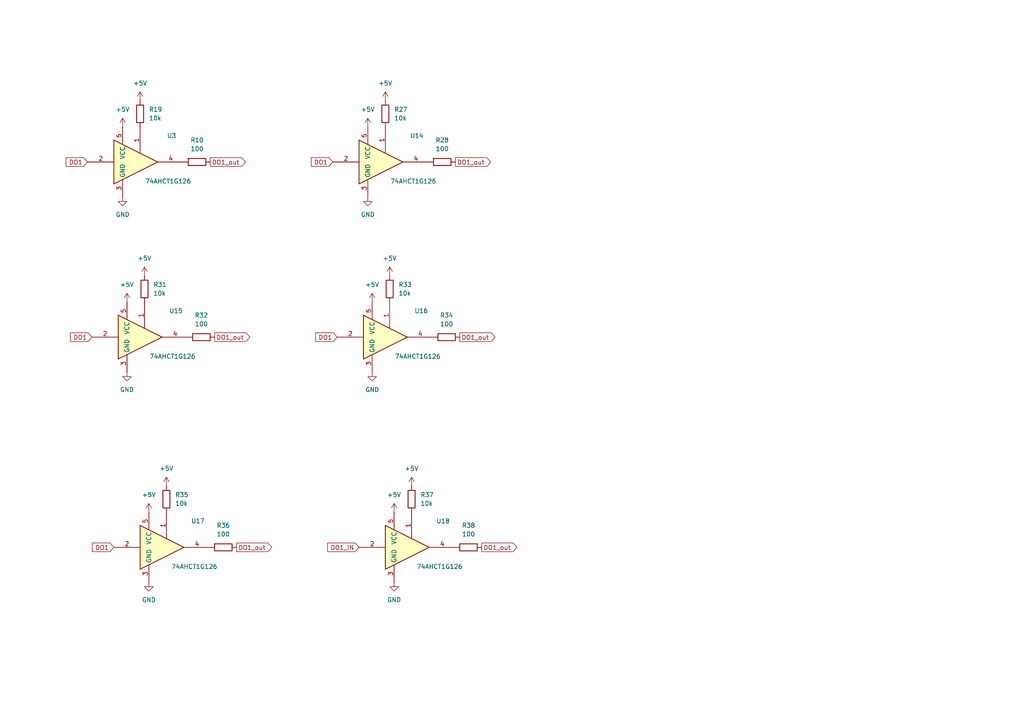
<source format=kicad_sch>
(kicad_sch
	(version 20231120)
	(generator "eeschema")
	(generator_version "8.0")
	(uuid "e33890c3-eb5f-4ca5-8f22-89acd3d159a8")
	(paper "A4")
	(lib_symbols
		(symbol "74xGxx:74AHCT1G126"
			(exclude_from_sim no)
			(in_bom yes)
			(on_board yes)
			(property "Reference" "U"
				(at -2.54 3.81 0)
				(effects
					(font
						(size 1.27 1.27)
					)
				)
			)
			(property "Value" "74AHCT1G126"
				(at 0 -3.81 0)
				(effects
					(font
						(size 1.27 1.27)
					)
				)
			)
			(property "Footprint" ""
				(at 0 0 0)
				(effects
					(font
						(size 1.27 1.27)
					)
					(hide yes)
				)
			)
			(property "Datasheet" "http://www.ti.com/lit/sg/scyt129e/scyt129e.pdf"
				(at 0 0 0)
				(effects
					(font
						(size 1.27 1.27)
					)
					(hide yes)
				)
			)
			(property "Description" "Single Buffer Gate Tri-State, Low-Voltage CMOS"
				(at 0 0 0)
				(effects
					(font
						(size 1.27 1.27)
					)
					(hide yes)
				)
			)
			(property "ki_keywords" "Single Gate Buff Tri-State LVC CMOS"
				(at 0 0 0)
				(effects
					(font
						(size 1.27 1.27)
					)
					(hide yes)
				)
			)
			(property "ki_fp_filters" "SOT* SG-*"
				(at 0 0 0)
				(effects
					(font
						(size 1.27 1.27)
					)
					(hide yes)
				)
			)
			(symbol "74AHCT1G126_0_1"
				(polyline
					(pts
						(xy -7.62 6.35) (xy -7.62 -6.35) (xy 5.08 0) (xy -7.62 6.35)
					)
					(stroke
						(width 0.254)
						(type default)
					)
					(fill
						(type background)
					)
				)
			)
			(symbol "74AHCT1G126_1_1"
				(pin input line
					(at 0 10.16 270)
					(length 7.62)
					(name "~"
						(effects
							(font
								(size 1.27 1.27)
							)
						)
					)
					(number "1"
						(effects
							(font
								(size 1.27 1.27)
							)
						)
					)
				)
				(pin input line
					(at -15.24 0 0)
					(length 7.62)
					(name "~"
						(effects
							(font
								(size 1.27 1.27)
							)
						)
					)
					(number "2"
						(effects
							(font
								(size 1.27 1.27)
							)
						)
					)
				)
				(pin power_in line
					(at -5.08 -10.16 90)
					(length 5.08)
					(name "GND"
						(effects
							(font
								(size 1.27 1.27)
							)
						)
					)
					(number "3"
						(effects
							(font
								(size 1.27 1.27)
							)
						)
					)
				)
				(pin tri_state line
					(at 12.7 0 180)
					(length 7.62)
					(name "~"
						(effects
							(font
								(size 1.27 1.27)
							)
						)
					)
					(number "4"
						(effects
							(font
								(size 1.27 1.27)
							)
						)
					)
				)
				(pin power_in line
					(at -5.08 10.16 270)
					(length 5.08)
					(name "VCC"
						(effects
							(font
								(size 1.27 1.27)
							)
						)
					)
					(number "5"
						(effects
							(font
								(size 1.27 1.27)
							)
						)
					)
				)
			)
		)
		(symbol "Device:R"
			(pin_numbers hide)
			(pin_names
				(offset 0)
			)
			(exclude_from_sim no)
			(in_bom yes)
			(on_board yes)
			(property "Reference" "R"
				(at 2.032 0 90)
				(effects
					(font
						(size 1.27 1.27)
					)
				)
			)
			(property "Value" "R"
				(at 0 0 90)
				(effects
					(font
						(size 1.27 1.27)
					)
				)
			)
			(property "Footprint" ""
				(at -1.778 0 90)
				(effects
					(font
						(size 1.27 1.27)
					)
					(hide yes)
				)
			)
			(property "Datasheet" "~"
				(at 0 0 0)
				(effects
					(font
						(size 1.27 1.27)
					)
					(hide yes)
				)
			)
			(property "Description" "Resistor"
				(at 0 0 0)
				(effects
					(font
						(size 1.27 1.27)
					)
					(hide yes)
				)
			)
			(property "ki_keywords" "R res resistor"
				(at 0 0 0)
				(effects
					(font
						(size 1.27 1.27)
					)
					(hide yes)
				)
			)
			(property "ki_fp_filters" "R_*"
				(at 0 0 0)
				(effects
					(font
						(size 1.27 1.27)
					)
					(hide yes)
				)
			)
			(symbol "R_0_1"
				(rectangle
					(start -1.016 -2.54)
					(end 1.016 2.54)
					(stroke
						(width 0.254)
						(type default)
					)
					(fill
						(type none)
					)
				)
			)
			(symbol "R_1_1"
				(pin passive line
					(at 0 3.81 270)
					(length 1.27)
					(name "~"
						(effects
							(font
								(size 1.27 1.27)
							)
						)
					)
					(number "1"
						(effects
							(font
								(size 1.27 1.27)
							)
						)
					)
				)
				(pin passive line
					(at 0 -3.81 90)
					(length 1.27)
					(name "~"
						(effects
							(font
								(size 1.27 1.27)
							)
						)
					)
					(number "2"
						(effects
							(font
								(size 1.27 1.27)
							)
						)
					)
				)
			)
		)
		(symbol "power:+5V"
			(power)
			(pin_numbers hide)
			(pin_names
				(offset 0) hide)
			(exclude_from_sim no)
			(in_bom yes)
			(on_board yes)
			(property "Reference" "#PWR"
				(at 0 -3.81 0)
				(effects
					(font
						(size 1.27 1.27)
					)
					(hide yes)
				)
			)
			(property "Value" "+5V"
				(at 0 3.556 0)
				(effects
					(font
						(size 1.27 1.27)
					)
				)
			)
			(property "Footprint" ""
				(at 0 0 0)
				(effects
					(font
						(size 1.27 1.27)
					)
					(hide yes)
				)
			)
			(property "Datasheet" ""
				(at 0 0 0)
				(effects
					(font
						(size 1.27 1.27)
					)
					(hide yes)
				)
			)
			(property "Description" "Power symbol creates a global label with name \"+5V\""
				(at 0 0 0)
				(effects
					(font
						(size 1.27 1.27)
					)
					(hide yes)
				)
			)
			(property "ki_keywords" "global power"
				(at 0 0 0)
				(effects
					(font
						(size 1.27 1.27)
					)
					(hide yes)
				)
			)
			(symbol "+5V_0_1"
				(polyline
					(pts
						(xy -0.762 1.27) (xy 0 2.54)
					)
					(stroke
						(width 0)
						(type default)
					)
					(fill
						(type none)
					)
				)
				(polyline
					(pts
						(xy 0 0) (xy 0 2.54)
					)
					(stroke
						(width 0)
						(type default)
					)
					(fill
						(type none)
					)
				)
				(polyline
					(pts
						(xy 0 2.54) (xy 0.762 1.27)
					)
					(stroke
						(width 0)
						(type default)
					)
					(fill
						(type none)
					)
				)
			)
			(symbol "+5V_1_1"
				(pin power_in line
					(at 0 0 90)
					(length 0)
					(name "~"
						(effects
							(font
								(size 1.27 1.27)
							)
						)
					)
					(number "1"
						(effects
							(font
								(size 1.27 1.27)
							)
						)
					)
				)
			)
		)
		(symbol "power:GND"
			(power)
			(pin_numbers hide)
			(pin_names
				(offset 0) hide)
			(exclude_from_sim no)
			(in_bom yes)
			(on_board yes)
			(property "Reference" "#PWR"
				(at 0 -6.35 0)
				(effects
					(font
						(size 1.27 1.27)
					)
					(hide yes)
				)
			)
			(property "Value" "GND"
				(at 0 -3.81 0)
				(effects
					(font
						(size 1.27 1.27)
					)
				)
			)
			(property "Footprint" ""
				(at 0 0 0)
				(effects
					(font
						(size 1.27 1.27)
					)
					(hide yes)
				)
			)
			(property "Datasheet" ""
				(at 0 0 0)
				(effects
					(font
						(size 1.27 1.27)
					)
					(hide yes)
				)
			)
			(property "Description" "Power symbol creates a global label with name \"GND\" , ground"
				(at 0 0 0)
				(effects
					(font
						(size 1.27 1.27)
					)
					(hide yes)
				)
			)
			(property "ki_keywords" "global power"
				(at 0 0 0)
				(effects
					(font
						(size 1.27 1.27)
					)
					(hide yes)
				)
			)
			(symbol "GND_0_1"
				(polyline
					(pts
						(xy 0 0) (xy 0 -1.27) (xy 1.27 -1.27) (xy 0 -2.54) (xy -1.27 -1.27) (xy 0 -1.27)
					)
					(stroke
						(width 0)
						(type default)
					)
					(fill
						(type none)
					)
				)
			)
			(symbol "GND_1_1"
				(pin power_in line
					(at 0 0 270)
					(length 0)
					(name "~"
						(effects
							(font
								(size 1.27 1.27)
							)
						)
					)
					(number "1"
						(effects
							(font
								(size 1.27 1.27)
							)
						)
					)
				)
			)
		)
	)
	(global_label "DO1"
		(shape input)
		(at 96.52 46.99 180)
		(fields_autoplaced yes)
		(effects
			(font
				(size 1.27 1.27)
			)
			(justify right)
		)
		(uuid "0bc5e4b1-e353-4d64-a488-3e69df03e188")
		(property "Intersheetrefs" "${INTERSHEET_REFS}"
			(at 89.7248 46.99 0)
			(effects
				(font
					(size 1.27 1.27)
				)
				(justify right)
				(hide yes)
			)
		)
	)
	(global_label "DO1_out"
		(shape output)
		(at 68.58 158.75 0)
		(fields_autoplaced yes)
		(effects
			(font
				(size 1.27 1.27)
			)
			(justify left)
		)
		(uuid "16775c78-95df-4960-a5aa-4be5bdb7fdc9")
		(property "Intersheetrefs" "${INTERSHEET_REFS}"
			(at 79.3665 158.75 0)
			(effects
				(font
					(size 1.27 1.27)
				)
				(justify left)
				(hide yes)
			)
		)
	)
	(global_label "DO1_out"
		(shape output)
		(at 139.7 158.75 0)
		(fields_autoplaced yes)
		(effects
			(font
				(size 1.27 1.27)
			)
			(justify left)
		)
		(uuid "1cb30c4f-9656-4017-9276-b84266714659")
		(property "Intersheetrefs" "${INTERSHEET_REFS}"
			(at 150.4865 158.75 0)
			(effects
				(font
					(size 1.27 1.27)
				)
				(justify left)
				(hide yes)
			)
		)
	)
	(global_label "DO1"
		(shape input)
		(at 97.79 97.79 180)
		(fields_autoplaced yes)
		(effects
			(font
				(size 1.27 1.27)
			)
			(justify right)
		)
		(uuid "2c48f1e2-1ce2-42a5-a6e3-4559205c7e78")
		(property "Intersheetrefs" "${INTERSHEET_REFS}"
			(at 90.9948 97.79 0)
			(effects
				(font
					(size 1.27 1.27)
				)
				(justify right)
				(hide yes)
			)
		)
	)
	(global_label "DO1"
		(shape input)
		(at 33.02 158.75 180)
		(fields_autoplaced yes)
		(effects
			(font
				(size 1.27 1.27)
			)
			(justify right)
		)
		(uuid "7545ea20-acdc-45ec-b183-bcd09e0bb7b2")
		(property "Intersheetrefs" "${INTERSHEET_REFS}"
			(at 26.2248 158.75 0)
			(effects
				(font
					(size 1.27 1.27)
				)
				(justify right)
				(hide yes)
			)
		)
	)
	(global_label "DO1_out"
		(shape output)
		(at 60.96 46.99 0)
		(fields_autoplaced yes)
		(effects
			(font
				(size 1.27 1.27)
			)
			(justify left)
		)
		(uuid "7f44d5dc-9502-40b3-acc6-d2d7d4d847b7")
		(property "Intersheetrefs" "${INTERSHEET_REFS}"
			(at 71.7465 46.99 0)
			(effects
				(font
					(size 1.27 1.27)
				)
				(justify left)
				(hide yes)
			)
		)
	)
	(global_label "DO1"
		(shape input)
		(at 26.67 97.79 180)
		(fields_autoplaced yes)
		(effects
			(font
				(size 1.27 1.27)
			)
			(justify right)
		)
		(uuid "87e30ce1-1650-4137-94eb-8b0917b58029")
		(property "Intersheetrefs" "${INTERSHEET_REFS}"
			(at 19.8748 97.79 0)
			(effects
				(font
					(size 1.27 1.27)
				)
				(justify right)
				(hide yes)
			)
		)
	)
	(global_label "DO1_IN"
		(shape input)
		(at 104.14 158.75 180)
		(fields_autoplaced yes)
		(effects
			(font
				(size 1.27 1.27)
			)
			(justify right)
		)
		(uuid "89022c66-fa02-495e-a628-f085f9656066")
		(property "Intersheetrefs" "${INTERSHEET_REFS}"
			(at 94.4419 158.75 0)
			(effects
				(font
					(size 1.27 1.27)
				)
				(justify right)
				(hide yes)
			)
		)
	)
	(global_label "DO1_out"
		(shape output)
		(at 132.08 46.99 0)
		(fields_autoplaced yes)
		(effects
			(font
				(size 1.27 1.27)
			)
			(justify left)
		)
		(uuid "925a85a5-d6df-4eeb-a341-cce49aef8336")
		(property "Intersheetrefs" "${INTERSHEET_REFS}"
			(at 142.8665 46.99 0)
			(effects
				(font
					(size 1.27 1.27)
				)
				(justify left)
				(hide yes)
			)
		)
	)
	(global_label "DO1_out"
		(shape output)
		(at 62.23 97.79 0)
		(fields_autoplaced yes)
		(effects
			(font
				(size 1.27 1.27)
			)
			(justify left)
		)
		(uuid "ac169a10-2fc6-4310-9a96-394390ea364b")
		(property "Intersheetrefs" "${INTERSHEET_REFS}"
			(at 73.0165 97.79 0)
			(effects
				(font
					(size 1.27 1.27)
				)
				(justify left)
				(hide yes)
			)
		)
	)
	(global_label "DO1_out"
		(shape output)
		(at 133.35 97.79 0)
		(fields_autoplaced yes)
		(effects
			(font
				(size 1.27 1.27)
			)
			(justify left)
		)
		(uuid "c30a3982-72f8-4b1c-9532-14eb44dcef72")
		(property "Intersheetrefs" "${INTERSHEET_REFS}"
			(at 144.1365 97.79 0)
			(effects
				(font
					(size 1.27 1.27)
				)
				(justify left)
				(hide yes)
			)
		)
	)
	(global_label "DO1"
		(shape input)
		(at 25.4 46.99 180)
		(fields_autoplaced yes)
		(effects
			(font
				(size 1.27 1.27)
			)
			(justify right)
		)
		(uuid "f912d25c-0027-4373-955a-b03e61808cc4")
		(property "Intersheetrefs" "${INTERSHEET_REFS}"
			(at 18.6048 46.99 0)
			(effects
				(font
					(size 1.27 1.27)
				)
				(justify right)
				(hide yes)
			)
		)
	)
	(symbol
		(lib_id "Device:R")
		(at 48.26 144.78 0)
		(unit 1)
		(exclude_from_sim no)
		(in_bom yes)
		(on_board yes)
		(dnp no)
		(fields_autoplaced yes)
		(uuid "026fe0d2-622f-4c84-aa47-8c0532b2ca1e")
		(property "Reference" "R35"
			(at 50.8 143.5099 0)
			(effects
				(font
					(size 1.27 1.27)
				)
				(justify left)
			)
		)
		(property "Value" "10k"
			(at 50.8 146.0499 0)
			(effects
				(font
					(size 1.27 1.27)
				)
				(justify left)
			)
		)
		(property "Footprint" "Resistor_SMD:R_0603_1608Metric_Pad0.98x0.95mm_HandSolder"
			(at 46.482 144.78 90)
			(effects
				(font
					(size 1.27 1.27)
				)
				(hide yes)
			)
		)
		(property "Datasheet" "~"
			(at 48.26 144.78 0)
			(effects
				(font
					(size 1.27 1.27)
				)
				(hide yes)
			)
		)
		(property "Description" "Resistor"
			(at 48.26 144.78 0)
			(effects
				(font
					(size 1.27 1.27)
				)
				(hide yes)
			)
		)
		(pin "1"
			(uuid "399ac2d3-4155-4fab-8638-e04a6d00bb29")
		)
		(pin "2"
			(uuid "0713fd83-5703-4da3-8774-9210ce4b3351")
		)
		(instances
			(project "NEOCERA_jnr_project"
				(path "/a8746ab6-0163-416c-99f9-0036ded73fc6/7496db41-63f6-4a75-8598-ef441d310206"
					(reference "R35")
					(unit 1)
				)
			)
		)
	)
	(symbol
		(lib_id "Device:R")
		(at 135.89 158.75 90)
		(unit 1)
		(exclude_from_sim no)
		(in_bom yes)
		(on_board yes)
		(dnp no)
		(uuid "0845410a-d40d-47bb-a8be-73cca6b0dfb2")
		(property "Reference" "R38"
			(at 135.89 152.4 90)
			(effects
				(font
					(size 1.27 1.27)
				)
			)
		)
		(property "Value" "100"
			(at 135.89 154.94 90)
			(effects
				(font
					(size 1.27 1.27)
				)
			)
		)
		(property "Footprint" "Resistor_SMD:R_0603_1608Metric_Pad0.98x0.95mm_HandSolder"
			(at 135.89 160.528 90)
			(effects
				(font
					(size 1.27 1.27)
				)
				(hide yes)
			)
		)
		(property "Datasheet" "~"
			(at 135.89 158.75 0)
			(effects
				(font
					(size 1.27 1.27)
				)
				(hide yes)
			)
		)
		(property "Description" "Resistor"
			(at 135.89 158.75 0)
			(effects
				(font
					(size 1.27 1.27)
				)
				(hide yes)
			)
		)
		(pin "2"
			(uuid "0d03c793-4496-4785-a602-05fb7a1dea44")
		)
		(pin "1"
			(uuid "83936113-dacd-4d3b-9364-b9905389318b")
		)
		(instances
			(project "NEOCERA_jnr_project"
				(path "/a8746ab6-0163-416c-99f9-0036ded73fc6/7496db41-63f6-4a75-8598-ef441d310206"
					(reference "R38")
					(unit 1)
				)
			)
		)
	)
	(symbol
		(lib_id "power:+5V")
		(at 106.68 36.83 0)
		(unit 1)
		(exclude_from_sim no)
		(in_bom yes)
		(on_board yes)
		(dnp no)
		(fields_autoplaced yes)
		(uuid "124e7489-5e98-4bfd-a6b7-b7fabc59480c")
		(property "Reference" "#PWR048"
			(at 106.68 40.64 0)
			(effects
				(font
					(size 1.27 1.27)
				)
				(hide yes)
			)
		)
		(property "Value" "+5V"
			(at 106.68 31.75 0)
			(effects
				(font
					(size 1.27 1.27)
				)
			)
		)
		(property "Footprint" ""
			(at 106.68 36.83 0)
			(effects
				(font
					(size 1.27 1.27)
				)
				(hide yes)
			)
		)
		(property "Datasheet" ""
			(at 106.68 36.83 0)
			(effects
				(font
					(size 1.27 1.27)
				)
				(hide yes)
			)
		)
		(property "Description" "Power symbol creates a global label with name \"+5V\""
			(at 106.68 36.83 0)
			(effects
				(font
					(size 1.27 1.27)
				)
				(hide yes)
			)
		)
		(pin "1"
			(uuid "6fd591aa-f3b2-4774-aad1-1ab525e97a8f")
		)
		(instances
			(project "NEOCERA_jnr_project"
				(path "/a8746ab6-0163-416c-99f9-0036ded73fc6/7496db41-63f6-4a75-8598-ef441d310206"
					(reference "#PWR048")
					(unit 1)
				)
			)
		)
	)
	(symbol
		(lib_id "74xGxx:74AHCT1G126")
		(at 41.91 97.79 0)
		(unit 1)
		(exclude_from_sim no)
		(in_bom yes)
		(on_board yes)
		(dnp no)
		(uuid "26c72074-53e1-4f49-bb55-89b9e3822556")
		(property "Reference" "U15"
			(at 51.054 90.17 0)
			(effects
				(font
					(size 1.27 1.27)
				)
			)
		)
		(property "Value" "74AHCT1G126"
			(at 50.038 103.378 0)
			(effects
				(font
					(size 1.27 1.27)
				)
			)
		)
		(property "Footprint" "Package_TO_SOT_SMD:SOT-23-5_HandSoldering"
			(at 41.91 97.79 0)
			(effects
				(font
					(size 1.27 1.27)
				)
				(hide yes)
			)
		)
		(property "Datasheet" "http://www.ti.com/lit/sg/scyt129e/scyt129e.pdf"
			(at 41.91 97.79 0)
			(effects
				(font
					(size 1.27 1.27)
				)
				(hide yes)
			)
		)
		(property "Description" "Single Buffer Gate Tri-State, Low-Voltage CMOS"
			(at 41.91 97.79 0)
			(effects
				(font
					(size 1.27 1.27)
				)
				(hide yes)
			)
		)
		(pin "3"
			(uuid "a8e4e84d-b7e1-4871-b083-339b82ae428c")
		)
		(pin "2"
			(uuid "a411b9e7-5189-4b9b-9cb8-4d9deb713082")
		)
		(pin "4"
			(uuid "ace3837d-172e-4f63-882d-be372d257ff3")
		)
		(pin "1"
			(uuid "ef4d9a45-763a-474b-a803-2bfe3b64830b")
		)
		(pin "5"
			(uuid "6669c047-335f-4569-b077-aaef911c2218")
		)
		(instances
			(project "NEOCERA_jnr_project"
				(path "/a8746ab6-0163-416c-99f9-0036ded73fc6/7496db41-63f6-4a75-8598-ef441d310206"
					(reference "U15")
					(unit 1)
				)
			)
		)
	)
	(symbol
		(lib_id "power:+5V")
		(at 119.38 140.97 0)
		(unit 1)
		(exclude_from_sim no)
		(in_bom yes)
		(on_board yes)
		(dnp no)
		(fields_autoplaced yes)
		(uuid "33a22198-029b-4e0b-aecf-ace1b2d685d9")
		(property "Reference" "#PWR077"
			(at 119.38 144.78 0)
			(effects
				(font
					(size 1.27 1.27)
				)
				(hide yes)
			)
		)
		(property "Value" "+5V"
			(at 119.38 135.89 0)
			(effects
				(font
					(size 1.27 1.27)
				)
			)
		)
		(property "Footprint" ""
			(at 119.38 140.97 0)
			(effects
				(font
					(size 1.27 1.27)
				)
				(hide yes)
			)
		)
		(property "Datasheet" ""
			(at 119.38 140.97 0)
			(effects
				(font
					(size 1.27 1.27)
				)
				(hide yes)
			)
		)
		(property "Description" "Power symbol creates a global label with name \"+5V\""
			(at 119.38 140.97 0)
			(effects
				(font
					(size 1.27 1.27)
				)
				(hide yes)
			)
		)
		(pin "1"
			(uuid "982fdca9-e16d-4e33-b84b-f3a477da79c3")
		)
		(instances
			(project "NEOCERA_jnr_project"
				(path "/a8746ab6-0163-416c-99f9-0036ded73fc6/7496db41-63f6-4a75-8598-ef441d310206"
					(reference "#PWR077")
					(unit 1)
				)
			)
		)
	)
	(symbol
		(lib_id "power:+5V")
		(at 40.64 29.21 0)
		(unit 1)
		(exclude_from_sim no)
		(in_bom yes)
		(on_board yes)
		(dnp no)
		(fields_autoplaced yes)
		(uuid "34c82ed5-4a68-445b-b63b-1c0298737412")
		(property "Reference" "#PWR021"
			(at 40.64 33.02 0)
			(effects
				(font
					(size 1.27 1.27)
				)
				(hide yes)
			)
		)
		(property "Value" "+5V"
			(at 40.64 24.13 0)
			(effects
				(font
					(size 1.27 1.27)
				)
			)
		)
		(property "Footprint" ""
			(at 40.64 29.21 0)
			(effects
				(font
					(size 1.27 1.27)
				)
				(hide yes)
			)
		)
		(property "Datasheet" ""
			(at 40.64 29.21 0)
			(effects
				(font
					(size 1.27 1.27)
				)
				(hide yes)
			)
		)
		(property "Description" "Power symbol creates a global label with name \"+5V\""
			(at 40.64 29.21 0)
			(effects
				(font
					(size 1.27 1.27)
				)
				(hide yes)
			)
		)
		(pin "1"
			(uuid "b4680992-523a-4727-9368-7ad476024915")
		)
		(instances
			(project "NEOCERA_jnr_project"
				(path "/a8746ab6-0163-416c-99f9-0036ded73fc6/7496db41-63f6-4a75-8598-ef441d310206"
					(reference "#PWR021")
					(unit 1)
				)
			)
		)
	)
	(symbol
		(lib_id "power:+5V")
		(at 111.76 29.21 0)
		(unit 1)
		(exclude_from_sim no)
		(in_bom yes)
		(on_board yes)
		(dnp no)
		(fields_autoplaced yes)
		(uuid "39de974e-bd6a-4edb-b245-53781021e116")
		(property "Reference" "#PWR065"
			(at 111.76 33.02 0)
			(effects
				(font
					(size 1.27 1.27)
				)
				(hide yes)
			)
		)
		(property "Value" "+5V"
			(at 111.76 24.13 0)
			(effects
				(font
					(size 1.27 1.27)
				)
			)
		)
		(property "Footprint" ""
			(at 111.76 29.21 0)
			(effects
				(font
					(size 1.27 1.27)
				)
				(hide yes)
			)
		)
		(property "Datasheet" ""
			(at 111.76 29.21 0)
			(effects
				(font
					(size 1.27 1.27)
				)
				(hide yes)
			)
		)
		(property "Description" "Power symbol creates a global label with name \"+5V\""
			(at 111.76 29.21 0)
			(effects
				(font
					(size 1.27 1.27)
				)
				(hide yes)
			)
		)
		(pin "1"
			(uuid "3d742e38-c011-4ac9-b6be-8e9a7454e9ca")
		)
		(instances
			(project "NEOCERA_jnr_project"
				(path "/a8746ab6-0163-416c-99f9-0036ded73fc6/7496db41-63f6-4a75-8598-ef441d310206"
					(reference "#PWR065")
					(unit 1)
				)
			)
		)
	)
	(symbol
		(lib_id "Device:R")
		(at 111.76 33.02 0)
		(unit 1)
		(exclude_from_sim no)
		(in_bom yes)
		(on_board yes)
		(dnp no)
		(fields_autoplaced yes)
		(uuid "3a96859e-c302-48bb-8722-eb143455f29c")
		(property "Reference" "R27"
			(at 114.3 31.7499 0)
			(effects
				(font
					(size 1.27 1.27)
				)
				(justify left)
			)
		)
		(property "Value" "10k"
			(at 114.3 34.2899 0)
			(effects
				(font
					(size 1.27 1.27)
				)
				(justify left)
			)
		)
		(property "Footprint" "Resistor_SMD:R_0603_1608Metric_Pad0.98x0.95mm_HandSolder"
			(at 109.982 33.02 90)
			(effects
				(font
					(size 1.27 1.27)
				)
				(hide yes)
			)
		)
		(property "Datasheet" "~"
			(at 111.76 33.02 0)
			(effects
				(font
					(size 1.27 1.27)
				)
				(hide yes)
			)
		)
		(property "Description" "Resistor"
			(at 111.76 33.02 0)
			(effects
				(font
					(size 1.27 1.27)
				)
				(hide yes)
			)
		)
		(pin "1"
			(uuid "907e81e2-32ba-41d9-b7ac-39033786e7c4")
		)
		(pin "2"
			(uuid "57c09651-030f-4ecb-a351-a4531a170de5")
		)
		(instances
			(project "NEOCERA_jnr_project"
				(path "/a8746ab6-0163-416c-99f9-0036ded73fc6/7496db41-63f6-4a75-8598-ef441d310206"
					(reference "R27")
					(unit 1)
				)
			)
		)
	)
	(symbol
		(lib_id "power:+5V")
		(at 43.18 148.59 0)
		(unit 1)
		(exclude_from_sim no)
		(in_bom yes)
		(on_board yes)
		(dnp no)
		(fields_autoplaced yes)
		(uuid "3ab56254-1b6f-4dd4-b983-70cffd88e6e8")
		(property "Reference" "#PWR072"
			(at 43.18 152.4 0)
			(effects
				(font
					(size 1.27 1.27)
				)
				(hide yes)
			)
		)
		(property "Value" "+5V"
			(at 43.18 143.51 0)
			(effects
				(font
					(size 1.27 1.27)
				)
			)
		)
		(property "Footprint" ""
			(at 43.18 148.59 0)
			(effects
				(font
					(size 1.27 1.27)
				)
				(hide yes)
			)
		)
		(property "Datasheet" ""
			(at 43.18 148.59 0)
			(effects
				(font
					(size 1.27 1.27)
				)
				(hide yes)
			)
		)
		(property "Description" "Power symbol creates a global label with name \"+5V\""
			(at 43.18 148.59 0)
			(effects
				(font
					(size 1.27 1.27)
				)
				(hide yes)
			)
		)
		(pin "1"
			(uuid "63f0702f-111b-4cab-b384-105075e68603")
		)
		(instances
			(project "NEOCERA_jnr_project"
				(path "/a8746ab6-0163-416c-99f9-0036ded73fc6/7496db41-63f6-4a75-8598-ef441d310206"
					(reference "#PWR072")
					(unit 1)
				)
			)
		)
	)
	(symbol
		(lib_id "Device:R")
		(at 119.38 144.78 0)
		(unit 1)
		(exclude_from_sim no)
		(in_bom yes)
		(on_board yes)
		(dnp no)
		(fields_autoplaced yes)
		(uuid "49fe8944-903e-4107-8b45-ff66e0898144")
		(property "Reference" "R37"
			(at 121.92 143.5099 0)
			(effects
				(font
					(size 1.27 1.27)
				)
				(justify left)
			)
		)
		(property "Value" "10k"
			(at 121.92 146.0499 0)
			(effects
				(font
					(size 1.27 1.27)
				)
				(justify left)
			)
		)
		(property "Footprint" "Resistor_SMD:R_0603_1608Metric_Pad0.98x0.95mm_HandSolder"
			(at 117.602 144.78 90)
			(effects
				(font
					(size 1.27 1.27)
				)
				(hide yes)
			)
		)
		(property "Datasheet" "~"
			(at 119.38 144.78 0)
			(effects
				(font
					(size 1.27 1.27)
				)
				(hide yes)
			)
		)
		(property "Description" "Resistor"
			(at 119.38 144.78 0)
			(effects
				(font
					(size 1.27 1.27)
				)
				(hide yes)
			)
		)
		(pin "1"
			(uuid "8d717c17-d2e2-4a37-81bf-08d58b4ad750")
		)
		(pin "2"
			(uuid "0510af9a-1c3a-49e1-87bf-cf3fad6260b0")
		)
		(instances
			(project "NEOCERA_jnr_project"
				(path "/a8746ab6-0163-416c-99f9-0036ded73fc6/7496db41-63f6-4a75-8598-ef441d310206"
					(reference "R37")
					(unit 1)
				)
			)
		)
	)
	(symbol
		(lib_id "power:+5V")
		(at 114.3 148.59 0)
		(unit 1)
		(exclude_from_sim no)
		(in_bom yes)
		(on_board yes)
		(dnp no)
		(fields_autoplaced yes)
		(uuid "4e330b62-829c-4bff-9170-45bbaa1077f4")
		(property "Reference" "#PWR075"
			(at 114.3 152.4 0)
			(effects
				(font
					(size 1.27 1.27)
				)
				(hide yes)
			)
		)
		(property "Value" "+5V"
			(at 114.3 143.51 0)
			(effects
				(font
					(size 1.27 1.27)
				)
			)
		)
		(property "Footprint" ""
			(at 114.3 148.59 0)
			(effects
				(font
					(size 1.27 1.27)
				)
				(hide yes)
			)
		)
		(property "Datasheet" ""
			(at 114.3 148.59 0)
			(effects
				(font
					(size 1.27 1.27)
				)
				(hide yes)
			)
		)
		(property "Description" "Power symbol creates a global label with name \"+5V\""
			(at 114.3 148.59 0)
			(effects
				(font
					(size 1.27 1.27)
				)
				(hide yes)
			)
		)
		(pin "1"
			(uuid "59261b9a-4c61-47f9-8d77-c519bfbd3a86")
		)
		(instances
			(project "NEOCERA_jnr_project"
				(path "/a8746ab6-0163-416c-99f9-0036ded73fc6/7496db41-63f6-4a75-8598-ef441d310206"
					(reference "#PWR075")
					(unit 1)
				)
			)
		)
	)
	(symbol
		(lib_id "Device:R")
		(at 113.03 83.82 0)
		(unit 1)
		(exclude_from_sim no)
		(in_bom yes)
		(on_board yes)
		(dnp no)
		(fields_autoplaced yes)
		(uuid "4ec4975d-670c-43f6-ac30-3d27b4388033")
		(property "Reference" "R33"
			(at 115.57 82.5499 0)
			(effects
				(font
					(size 1.27 1.27)
				)
				(justify left)
			)
		)
		(property "Value" "10k"
			(at 115.57 85.0899 0)
			(effects
				(font
					(size 1.27 1.27)
				)
				(justify left)
			)
		)
		(property "Footprint" "Resistor_SMD:R_0603_1608Metric_Pad0.98x0.95mm_HandSolder"
			(at 111.252 83.82 90)
			(effects
				(font
					(size 1.27 1.27)
				)
				(hide yes)
			)
		)
		(property "Datasheet" "~"
			(at 113.03 83.82 0)
			(effects
				(font
					(size 1.27 1.27)
				)
				(hide yes)
			)
		)
		(property "Description" "Resistor"
			(at 113.03 83.82 0)
			(effects
				(font
					(size 1.27 1.27)
				)
				(hide yes)
			)
		)
		(pin "1"
			(uuid "cc38e18a-4e2e-4192-9358-5d8565eaf195")
		)
		(pin "2"
			(uuid "41a240e9-f5ce-4596-9fe8-af606982b546")
		)
		(instances
			(project "NEOCERA_jnr_project"
				(path "/a8746ab6-0163-416c-99f9-0036ded73fc6/7496db41-63f6-4a75-8598-ef441d310206"
					(reference "R33")
					(unit 1)
				)
			)
		)
	)
	(symbol
		(lib_id "power:+5V")
		(at 113.03 80.01 0)
		(unit 1)
		(exclude_from_sim no)
		(in_bom yes)
		(on_board yes)
		(dnp no)
		(fields_autoplaced yes)
		(uuid "522aa111-e4e1-4c3b-adf9-59ff7c1af8ec")
		(property "Reference" "#PWR071"
			(at 113.03 83.82 0)
			(effects
				(font
					(size 1.27 1.27)
				)
				(hide yes)
			)
		)
		(property "Value" "+5V"
			(at 113.03 74.93 0)
			(effects
				(font
					(size 1.27 1.27)
				)
			)
		)
		(property "Footprint" ""
			(at 113.03 80.01 0)
			(effects
				(font
					(size 1.27 1.27)
				)
				(hide yes)
			)
		)
		(property "Datasheet" ""
			(at 113.03 80.01 0)
			(effects
				(font
					(size 1.27 1.27)
				)
				(hide yes)
			)
		)
		(property "Description" "Power symbol creates a global label with name \"+5V\""
			(at 113.03 80.01 0)
			(effects
				(font
					(size 1.27 1.27)
				)
				(hide yes)
			)
		)
		(pin "1"
			(uuid "9bf1328b-3696-4428-bea6-04245fc7d5e5")
		)
		(instances
			(project "NEOCERA_jnr_project"
				(path "/a8746ab6-0163-416c-99f9-0036ded73fc6/7496db41-63f6-4a75-8598-ef441d310206"
					(reference "#PWR071")
					(unit 1)
				)
			)
		)
	)
	(symbol
		(lib_id "74xGxx:74AHCT1G126")
		(at 111.76 46.99 0)
		(unit 1)
		(exclude_from_sim no)
		(in_bom yes)
		(on_board yes)
		(dnp no)
		(uuid "560637ed-904a-43f7-9a3c-fec4dede77c4")
		(property "Reference" "U14"
			(at 120.904 39.37 0)
			(effects
				(font
					(size 1.27 1.27)
				)
			)
		)
		(property "Value" "74AHCT1G126"
			(at 119.888 52.578 0)
			(effects
				(font
					(size 1.27 1.27)
				)
			)
		)
		(property "Footprint" "Package_TO_SOT_SMD:SOT-23-5_HandSoldering"
			(at 111.76 46.99 0)
			(effects
				(font
					(size 1.27 1.27)
				)
				(hide yes)
			)
		)
		(property "Datasheet" "http://www.ti.com/lit/sg/scyt129e/scyt129e.pdf"
			(at 111.76 46.99 0)
			(effects
				(font
					(size 1.27 1.27)
				)
				(hide yes)
			)
		)
		(property "Description" "Single Buffer Gate Tri-State, Low-Voltage CMOS"
			(at 111.76 46.99 0)
			(effects
				(font
					(size 1.27 1.27)
				)
				(hide yes)
			)
		)
		(pin "3"
			(uuid "865087aa-86c9-4db6-84ef-5394f687818b")
		)
		(pin "2"
			(uuid "89705911-9e80-4061-9d9c-0a445301c771")
		)
		(pin "4"
			(uuid "e05a4837-ed2f-43c7-be4e-25d9b3579b24")
		)
		(pin "1"
			(uuid "9d06369f-d5fd-42b8-acd5-5ea9690415eb")
		)
		(pin "5"
			(uuid "b6ae30c5-bce9-4ba8-9b74-d0ebe6c14a5c")
		)
		(instances
			(project "NEOCERA_jnr_project"
				(path "/a8746ab6-0163-416c-99f9-0036ded73fc6/7496db41-63f6-4a75-8598-ef441d310206"
					(reference "U14")
					(unit 1)
				)
			)
		)
	)
	(symbol
		(lib_id "74xGxx:74AHCT1G126")
		(at 48.26 158.75 0)
		(unit 1)
		(exclude_from_sim no)
		(in_bom yes)
		(on_board yes)
		(dnp no)
		(uuid "580ab641-23ae-4cba-8f2a-f91a2b59b558")
		(property "Reference" "U17"
			(at 57.404 151.13 0)
			(effects
				(font
					(size 1.27 1.27)
				)
			)
		)
		(property "Value" "74AHCT1G126"
			(at 56.388 164.338 0)
			(effects
				(font
					(size 1.27 1.27)
				)
			)
		)
		(property "Footprint" "Package_TO_SOT_SMD:SOT-23-5_HandSoldering"
			(at 48.26 158.75 0)
			(effects
				(font
					(size 1.27 1.27)
				)
				(hide yes)
			)
		)
		(property "Datasheet" "http://www.ti.com/lit/sg/scyt129e/scyt129e.pdf"
			(at 48.26 158.75 0)
			(effects
				(font
					(size 1.27 1.27)
				)
				(hide yes)
			)
		)
		(property "Description" "Single Buffer Gate Tri-State, Low-Voltage CMOS"
			(at 48.26 158.75 0)
			(effects
				(font
					(size 1.27 1.27)
				)
				(hide yes)
			)
		)
		(pin "3"
			(uuid "c6ca12fc-7813-424a-96d1-43301db8807f")
		)
		(pin "2"
			(uuid "f5457478-69d4-48b4-9d1d-7c684dbb3353")
		)
		(pin "4"
			(uuid "98400f4f-47f0-4eed-8d2c-2ea544e246f9")
		)
		(pin "1"
			(uuid "ec1780e7-c84b-4568-9708-45342d20294c")
		)
		(pin "5"
			(uuid "cf465740-a2ff-4e56-b6d5-c407c3383537")
		)
		(instances
			(project "NEOCERA_jnr_project"
				(path "/a8746ab6-0163-416c-99f9-0036ded73fc6/7496db41-63f6-4a75-8598-ef441d310206"
					(reference "U17")
					(unit 1)
				)
			)
		)
	)
	(symbol
		(lib_id "Device:R")
		(at 128.27 46.99 90)
		(unit 1)
		(exclude_from_sim no)
		(in_bom yes)
		(on_board yes)
		(dnp no)
		(uuid "6d914ceb-6a0e-4761-92fe-72e5c66c094f")
		(property "Reference" "R28"
			(at 128.27 40.64 90)
			(effects
				(font
					(size 1.27 1.27)
				)
			)
		)
		(property "Value" "100"
			(at 128.27 43.18 90)
			(effects
				(font
					(size 1.27 1.27)
				)
			)
		)
		(property "Footprint" "Resistor_SMD:R_0603_1608Metric_Pad0.98x0.95mm_HandSolder"
			(at 128.27 48.768 90)
			(effects
				(font
					(size 1.27 1.27)
				)
				(hide yes)
			)
		)
		(property "Datasheet" "~"
			(at 128.27 46.99 0)
			(effects
				(font
					(size 1.27 1.27)
				)
				(hide yes)
			)
		)
		(property "Description" "Resistor"
			(at 128.27 46.99 0)
			(effects
				(font
					(size 1.27 1.27)
				)
				(hide yes)
			)
		)
		(pin "2"
			(uuid "26af5875-c647-4ddb-a226-97d411d89ebc")
		)
		(pin "1"
			(uuid "647f9653-5b44-4cf2-83ea-e437c328edf5")
		)
		(instances
			(project "NEOCERA_jnr_project"
				(path "/a8746ab6-0163-416c-99f9-0036ded73fc6/7496db41-63f6-4a75-8598-ef441d310206"
					(reference "R28")
					(unit 1)
				)
			)
		)
	)
	(symbol
		(lib_id "74xGxx:74AHCT1G126")
		(at 113.03 97.79 0)
		(unit 1)
		(exclude_from_sim no)
		(in_bom yes)
		(on_board yes)
		(dnp no)
		(uuid "6f03c0e9-ec07-430f-b660-aa866ea92cb9")
		(property "Reference" "U16"
			(at 122.174 90.17 0)
			(effects
				(font
					(size 1.27 1.27)
				)
			)
		)
		(property "Value" "74AHCT1G126"
			(at 121.158 103.378 0)
			(effects
				(font
					(size 1.27 1.27)
				)
			)
		)
		(property "Footprint" "Package_TO_SOT_SMD:SOT-23-5_HandSoldering"
			(at 113.03 97.79 0)
			(effects
				(font
					(size 1.27 1.27)
				)
				(hide yes)
			)
		)
		(property "Datasheet" "http://www.ti.com/lit/sg/scyt129e/scyt129e.pdf"
			(at 113.03 97.79 0)
			(effects
				(font
					(size 1.27 1.27)
				)
				(hide yes)
			)
		)
		(property "Description" "Single Buffer Gate Tri-State, Low-Voltage CMOS"
			(at 113.03 97.79 0)
			(effects
				(font
					(size 1.27 1.27)
				)
				(hide yes)
			)
		)
		(pin "3"
			(uuid "db3573ee-a705-4bb5-be9a-6a7a677cd920")
		)
		(pin "2"
			(uuid "978bb1e8-bdf7-4dba-9347-055c3701104b")
		)
		(pin "4"
			(uuid "2e8d4bfb-d54b-483f-86fd-05912c28c469")
		)
		(pin "1"
			(uuid "5c61b69f-e754-4e4d-a842-dba8215d8326")
		)
		(pin "5"
			(uuid "df6bca4c-8e63-4b99-acec-ee68557f6565")
		)
		(instances
			(project "NEOCERA_jnr_project"
				(path "/a8746ab6-0163-416c-99f9-0036ded73fc6/7496db41-63f6-4a75-8598-ef441d310206"
					(reference "U16")
					(unit 1)
				)
			)
		)
	)
	(symbol
		(lib_id "Device:R")
		(at 40.64 33.02 0)
		(unit 1)
		(exclude_from_sim no)
		(in_bom yes)
		(on_board yes)
		(dnp no)
		(fields_autoplaced yes)
		(uuid "72b6556a-352a-4881-a193-515afc01c3af")
		(property "Reference" "R19"
			(at 43.18 31.7499 0)
			(effects
				(font
					(size 1.27 1.27)
				)
				(justify left)
			)
		)
		(property "Value" "10k"
			(at 43.18 34.2899 0)
			(effects
				(font
					(size 1.27 1.27)
				)
				(justify left)
			)
		)
		(property "Footprint" "Resistor_SMD:R_0603_1608Metric_Pad0.98x0.95mm_HandSolder"
			(at 38.862 33.02 90)
			(effects
				(font
					(size 1.27 1.27)
				)
				(hide yes)
			)
		)
		(property "Datasheet" "~"
			(at 40.64 33.02 0)
			(effects
				(font
					(size 1.27 1.27)
				)
				(hide yes)
			)
		)
		(property "Description" "Resistor"
			(at 40.64 33.02 0)
			(effects
				(font
					(size 1.27 1.27)
				)
				(hide yes)
			)
		)
		(pin "1"
			(uuid "495f6f4f-4eb4-4fc2-a318-ed03e1399129")
		)
		(pin "2"
			(uuid "8146d23d-ad75-4505-bccf-d2d8fe8ecd97")
		)
		(instances
			(project ""
				(path "/a8746ab6-0163-416c-99f9-0036ded73fc6/7496db41-63f6-4a75-8598-ef441d310206"
					(reference "R19")
					(unit 1)
				)
			)
		)
	)
	(symbol
		(lib_id "power:+5V")
		(at 36.83 87.63 0)
		(unit 1)
		(exclude_from_sim no)
		(in_bom yes)
		(on_board yes)
		(dnp no)
		(fields_autoplaced yes)
		(uuid "7888e795-5c83-427e-9963-89857f85d9f2")
		(property "Reference" "#PWR066"
			(at 36.83 91.44 0)
			(effects
				(font
					(size 1.27 1.27)
				)
				(hide yes)
			)
		)
		(property "Value" "+5V"
			(at 36.83 82.55 0)
			(effects
				(font
					(size 1.27 1.27)
				)
			)
		)
		(property "Footprint" ""
			(at 36.83 87.63 0)
			(effects
				(font
					(size 1.27 1.27)
				)
				(hide yes)
			)
		)
		(property "Datasheet" ""
			(at 36.83 87.63 0)
			(effects
				(font
					(size 1.27 1.27)
				)
				(hide yes)
			)
		)
		(property "Description" "Power symbol creates a global label with name \"+5V\""
			(at 36.83 87.63 0)
			(effects
				(font
					(size 1.27 1.27)
				)
				(hide yes)
			)
		)
		(pin "1"
			(uuid "3d5fce6d-d6cf-4be6-9f8b-ffb9d7a0b728")
		)
		(instances
			(project "NEOCERA_jnr_project"
				(path "/a8746ab6-0163-416c-99f9-0036ded73fc6/7496db41-63f6-4a75-8598-ef441d310206"
					(reference "#PWR066")
					(unit 1)
				)
			)
		)
	)
	(symbol
		(lib_id "74xGxx:74AHCT1G126")
		(at 119.38 158.75 0)
		(unit 1)
		(exclude_from_sim no)
		(in_bom yes)
		(on_board yes)
		(dnp no)
		(uuid "9078034f-bcd0-47ee-84cf-1871410ccd8e")
		(property "Reference" "U18"
			(at 128.524 151.13 0)
			(effects
				(font
					(size 1.27 1.27)
				)
			)
		)
		(property "Value" "74AHCT1G126"
			(at 127.508 164.338 0)
			(effects
				(font
					(size 1.27 1.27)
				)
			)
		)
		(property "Footprint" "Package_TO_SOT_SMD:SOT-23-5_HandSoldering"
			(at 119.38 158.75 0)
			(effects
				(font
					(size 1.27 1.27)
				)
				(hide yes)
			)
		)
		(property "Datasheet" "http://www.ti.com/lit/sg/scyt129e/scyt129e.pdf"
			(at 119.38 158.75 0)
			(effects
				(font
					(size 1.27 1.27)
				)
				(hide yes)
			)
		)
		(property "Description" "Single Buffer Gate Tri-State, Low-Voltage CMOS"
			(at 119.38 158.75 0)
			(effects
				(font
					(size 1.27 1.27)
				)
				(hide yes)
			)
		)
		(pin "3"
			(uuid "c2a429bf-1653-46c6-9cf3-f83605915da7")
		)
		(pin "2"
			(uuid "b6c9011d-9a68-4b5c-aafd-0fd69c8f1060")
		)
		(pin "4"
			(uuid "9afc0fea-9c98-443e-91ad-3ce1bfa3b9c7")
		)
		(pin "1"
			(uuid "9d2de6be-98f0-458c-bdf3-a4d1bf97342d")
		)
		(pin "5"
			(uuid "f694a1fb-1176-4547-9639-453944b639ec")
		)
		(instances
			(project "NEOCERA_jnr_project"
				(path "/a8746ab6-0163-416c-99f9-0036ded73fc6/7496db41-63f6-4a75-8598-ef441d310206"
					(reference "U18")
					(unit 1)
				)
			)
		)
	)
	(symbol
		(lib_id "power:+5V")
		(at 35.56 36.83 0)
		(unit 1)
		(exclude_from_sim no)
		(in_bom yes)
		(on_board yes)
		(dnp no)
		(fields_autoplaced yes)
		(uuid "9203e16b-e279-44a7-bc7a-5299f2910922")
		(property "Reference" "#PWR020"
			(at 35.56 40.64 0)
			(effects
				(font
					(size 1.27 1.27)
				)
				(hide yes)
			)
		)
		(property "Value" "+5V"
			(at 35.56 31.75 0)
			(effects
				(font
					(size 1.27 1.27)
				)
			)
		)
		(property "Footprint" ""
			(at 35.56 36.83 0)
			(effects
				(font
					(size 1.27 1.27)
				)
				(hide yes)
			)
		)
		(property "Datasheet" ""
			(at 35.56 36.83 0)
			(effects
				(font
					(size 1.27 1.27)
				)
				(hide yes)
			)
		)
		(property "Description" "Power symbol creates a global label with name \"+5V\""
			(at 35.56 36.83 0)
			(effects
				(font
					(size 1.27 1.27)
				)
				(hide yes)
			)
		)
		(pin "1"
			(uuid "0250611a-b6ea-440b-8a32-44b25373feeb")
		)
		(instances
			(project ""
				(path "/a8746ab6-0163-416c-99f9-0036ded73fc6/7496db41-63f6-4a75-8598-ef441d310206"
					(reference "#PWR020")
					(unit 1)
				)
			)
		)
	)
	(symbol
		(lib_id "power:GND")
		(at 106.68 57.15 0)
		(unit 1)
		(exclude_from_sim no)
		(in_bom yes)
		(on_board yes)
		(dnp no)
		(fields_autoplaced yes)
		(uuid "963f2806-cfe3-4011-9e30-bad5499f0c10")
		(property "Reference" "#PWR049"
			(at 106.68 63.5 0)
			(effects
				(font
					(size 1.27 1.27)
				)
				(hide yes)
			)
		)
		(property "Value" "GND"
			(at 106.68 62.23 0)
			(effects
				(font
					(size 1.27 1.27)
				)
			)
		)
		(property "Footprint" ""
			(at 106.68 57.15 0)
			(effects
				(font
					(size 1.27 1.27)
				)
				(hide yes)
			)
		)
		(property "Datasheet" ""
			(at 106.68 57.15 0)
			(effects
				(font
					(size 1.27 1.27)
				)
				(hide yes)
			)
		)
		(property "Description" "Power symbol creates a global label with name \"GND\" , ground"
			(at 106.68 57.15 0)
			(effects
				(font
					(size 1.27 1.27)
				)
				(hide yes)
			)
		)
		(pin "1"
			(uuid "9651b194-312f-4373-ad52-fbf22fd69c5f")
		)
		(instances
			(project "NEOCERA_jnr_project"
				(path "/a8746ab6-0163-416c-99f9-0036ded73fc6/7496db41-63f6-4a75-8598-ef441d310206"
					(reference "#PWR049")
					(unit 1)
				)
			)
		)
	)
	(symbol
		(lib_id "power:GND")
		(at 36.83 107.95 0)
		(unit 1)
		(exclude_from_sim no)
		(in_bom yes)
		(on_board yes)
		(dnp no)
		(fields_autoplaced yes)
		(uuid "a5957043-39ff-4ab7-9046-2f5aa30b99b9")
		(property "Reference" "#PWR067"
			(at 36.83 114.3 0)
			(effects
				(font
					(size 1.27 1.27)
				)
				(hide yes)
			)
		)
		(property "Value" "GND"
			(at 36.83 113.03 0)
			(effects
				(font
					(size 1.27 1.27)
				)
			)
		)
		(property "Footprint" ""
			(at 36.83 107.95 0)
			(effects
				(font
					(size 1.27 1.27)
				)
				(hide yes)
			)
		)
		(property "Datasheet" ""
			(at 36.83 107.95 0)
			(effects
				(font
					(size 1.27 1.27)
				)
				(hide yes)
			)
		)
		(property "Description" "Power symbol creates a global label with name \"GND\" , ground"
			(at 36.83 107.95 0)
			(effects
				(font
					(size 1.27 1.27)
				)
				(hide yes)
			)
		)
		(pin "1"
			(uuid "59f1c835-8873-4538-8bc8-f3c5eb6a3a43")
		)
		(instances
			(project "NEOCERA_jnr_project"
				(path "/a8746ab6-0163-416c-99f9-0036ded73fc6/7496db41-63f6-4a75-8598-ef441d310206"
					(reference "#PWR067")
					(unit 1)
				)
			)
		)
	)
	(symbol
		(lib_id "power:GND")
		(at 35.56 57.15 0)
		(unit 1)
		(exclude_from_sim no)
		(in_bom yes)
		(on_board yes)
		(dnp no)
		(fields_autoplaced yes)
		(uuid "a76dba19-4bc7-4524-998d-bd4e60f4e1d5")
		(property "Reference" "#PWR022"
			(at 35.56 63.5 0)
			(effects
				(font
					(size 1.27 1.27)
				)
				(hide yes)
			)
		)
		(property "Value" "GND"
			(at 35.56 62.23 0)
			(effects
				(font
					(size 1.27 1.27)
				)
			)
		)
		(property "Footprint" ""
			(at 35.56 57.15 0)
			(effects
				(font
					(size 1.27 1.27)
				)
				(hide yes)
			)
		)
		(property "Datasheet" ""
			(at 35.56 57.15 0)
			(effects
				(font
					(size 1.27 1.27)
				)
				(hide yes)
			)
		)
		(property "Description" "Power symbol creates a global label with name \"GND\" , ground"
			(at 35.56 57.15 0)
			(effects
				(font
					(size 1.27 1.27)
				)
				(hide yes)
			)
		)
		(pin "1"
			(uuid "fd0b240b-02c9-4f21-848a-9de7b89b3a4d")
		)
		(instances
			(project ""
				(path "/a8746ab6-0163-416c-99f9-0036ded73fc6/7496db41-63f6-4a75-8598-ef441d310206"
					(reference "#PWR022")
					(unit 1)
				)
			)
		)
	)
	(symbol
		(lib_id "Device:R")
		(at 41.91 83.82 0)
		(unit 1)
		(exclude_from_sim no)
		(in_bom yes)
		(on_board yes)
		(dnp no)
		(fields_autoplaced yes)
		(uuid "ab04aa65-109d-407a-b719-ee9b1b3a800a")
		(property "Reference" "R31"
			(at 44.45 82.5499 0)
			(effects
				(font
					(size 1.27 1.27)
				)
				(justify left)
			)
		)
		(property "Value" "10k"
			(at 44.45 85.0899 0)
			(effects
				(font
					(size 1.27 1.27)
				)
				(justify left)
			)
		)
		(property "Footprint" "Resistor_SMD:R_0603_1608Metric_Pad0.98x0.95mm_HandSolder"
			(at 40.132 83.82 90)
			(effects
				(font
					(size 1.27 1.27)
				)
				(hide yes)
			)
		)
		(property "Datasheet" "~"
			(at 41.91 83.82 0)
			(effects
				(font
					(size 1.27 1.27)
				)
				(hide yes)
			)
		)
		(property "Description" "Resistor"
			(at 41.91 83.82 0)
			(effects
				(font
					(size 1.27 1.27)
				)
				(hide yes)
			)
		)
		(pin "1"
			(uuid "dd878aa7-d65d-4023-b1bb-8481b42f3232")
		)
		(pin "2"
			(uuid "25580648-dd93-453e-bbc3-0d2e39c952f7")
		)
		(instances
			(project "NEOCERA_jnr_project"
				(path "/a8746ab6-0163-416c-99f9-0036ded73fc6/7496db41-63f6-4a75-8598-ef441d310206"
					(reference "R31")
					(unit 1)
				)
			)
		)
	)
	(symbol
		(lib_id "Device:R")
		(at 129.54 97.79 90)
		(unit 1)
		(exclude_from_sim no)
		(in_bom yes)
		(on_board yes)
		(dnp no)
		(uuid "ad56ba29-9edd-47b2-ab98-16f2acfcd708")
		(property "Reference" "R34"
			(at 129.54 91.44 90)
			(effects
				(font
					(size 1.27 1.27)
				)
			)
		)
		(property "Value" "100"
			(at 129.54 93.98 90)
			(effects
				(font
					(size 1.27 1.27)
				)
			)
		)
		(property "Footprint" "Resistor_SMD:R_0603_1608Metric_Pad0.98x0.95mm_HandSolder"
			(at 129.54 99.568 90)
			(effects
				(font
					(size 1.27 1.27)
				)
				(hide yes)
			)
		)
		(property "Datasheet" "~"
			(at 129.54 97.79 0)
			(effects
				(font
					(size 1.27 1.27)
				)
				(hide yes)
			)
		)
		(property "Description" "Resistor"
			(at 129.54 97.79 0)
			(effects
				(font
					(size 1.27 1.27)
				)
				(hide yes)
			)
		)
		(pin "2"
			(uuid "436674af-04b1-46fb-b35c-f88e985f73cf")
		)
		(pin "1"
			(uuid "25280796-01aa-4ce5-b824-790d7a5217e3")
		)
		(instances
			(project "NEOCERA_jnr_project"
				(path "/a8746ab6-0163-416c-99f9-0036ded73fc6/7496db41-63f6-4a75-8598-ef441d310206"
					(reference "R34")
					(unit 1)
				)
			)
		)
	)
	(symbol
		(lib_id "Device:R")
		(at 58.42 97.79 90)
		(unit 1)
		(exclude_from_sim no)
		(in_bom yes)
		(on_board yes)
		(dnp no)
		(uuid "b7cf9e4d-b8eb-42b6-bb42-5cadea7dafd8")
		(property "Reference" "R32"
			(at 58.42 91.44 90)
			(effects
				(font
					(size 1.27 1.27)
				)
			)
		)
		(property "Value" "100"
			(at 58.42 93.98 90)
			(effects
				(font
					(size 1.27 1.27)
				)
			)
		)
		(property "Footprint" "Resistor_SMD:R_0603_1608Metric_Pad0.98x0.95mm_HandSolder"
			(at 58.42 99.568 90)
			(effects
				(font
					(size 1.27 1.27)
				)
				(hide yes)
			)
		)
		(property "Datasheet" "~"
			(at 58.42 97.79 0)
			(effects
				(font
					(size 1.27 1.27)
				)
				(hide yes)
			)
		)
		(property "Description" "Resistor"
			(at 58.42 97.79 0)
			(effects
				(font
					(size 1.27 1.27)
				)
				(hide yes)
			)
		)
		(pin "2"
			(uuid "c38d8448-bd5b-4567-84e7-36b3048061bb")
		)
		(pin "1"
			(uuid "0a4d957c-1f17-494a-9583-2cb6cc5afb74")
		)
		(instances
			(project "NEOCERA_jnr_project"
				(path "/a8746ab6-0163-416c-99f9-0036ded73fc6/7496db41-63f6-4a75-8598-ef441d310206"
					(reference "R32")
					(unit 1)
				)
			)
		)
	)
	(symbol
		(lib_id "power:+5V")
		(at 48.26 140.97 0)
		(unit 1)
		(exclude_from_sim no)
		(in_bom yes)
		(on_board yes)
		(dnp no)
		(fields_autoplaced yes)
		(uuid "bdeb9f58-08d0-40de-96c3-40e7f045a12b")
		(property "Reference" "#PWR074"
			(at 48.26 144.78 0)
			(effects
				(font
					(size 1.27 1.27)
				)
				(hide yes)
			)
		)
		(property "Value" "+5V"
			(at 48.26 135.89 0)
			(effects
				(font
					(size 1.27 1.27)
				)
			)
		)
		(property "Footprint" ""
			(at 48.26 140.97 0)
			(effects
				(font
					(size 1.27 1.27)
				)
				(hide yes)
			)
		)
		(property "Datasheet" ""
			(at 48.26 140.97 0)
			(effects
				(font
					(size 1.27 1.27)
				)
				(hide yes)
			)
		)
		(property "Description" "Power symbol creates a global label with name \"+5V\""
			(at 48.26 140.97 0)
			(effects
				(font
					(size 1.27 1.27)
				)
				(hide yes)
			)
		)
		(pin "1"
			(uuid "8ec14cba-2da3-401f-a49c-494637189df9")
		)
		(instances
			(project "NEOCERA_jnr_project"
				(path "/a8746ab6-0163-416c-99f9-0036ded73fc6/7496db41-63f6-4a75-8598-ef441d310206"
					(reference "#PWR074")
					(unit 1)
				)
			)
		)
	)
	(symbol
		(lib_id "power:+5V")
		(at 107.95 87.63 0)
		(unit 1)
		(exclude_from_sim no)
		(in_bom yes)
		(on_board yes)
		(dnp no)
		(fields_autoplaced yes)
		(uuid "c41bd7ed-9093-4531-8473-280b10b024e6")
		(property "Reference" "#PWR069"
			(at 107.95 91.44 0)
			(effects
				(font
					(size 1.27 1.27)
				)
				(hide yes)
			)
		)
		(property "Value" "+5V"
			(at 107.95 82.55 0)
			(effects
				(font
					(size 1.27 1.27)
				)
			)
		)
		(property "Footprint" ""
			(at 107.95 87.63 0)
			(effects
				(font
					(size 1.27 1.27)
				)
				(hide yes)
			)
		)
		(property "Datasheet" ""
			(at 107.95 87.63 0)
			(effects
				(font
					(size 1.27 1.27)
				)
				(hide yes)
			)
		)
		(property "Description" "Power symbol creates a global label with name \"+5V\""
			(at 107.95 87.63 0)
			(effects
				(font
					(size 1.27 1.27)
				)
				(hide yes)
			)
		)
		(pin "1"
			(uuid "829a978e-13db-4705-97d6-38cf9a5313e4")
		)
		(instances
			(project "NEOCERA_jnr_project"
				(path "/a8746ab6-0163-416c-99f9-0036ded73fc6/7496db41-63f6-4a75-8598-ef441d310206"
					(reference "#PWR069")
					(unit 1)
				)
			)
		)
	)
	(symbol
		(lib_id "power:GND")
		(at 114.3 168.91 0)
		(unit 1)
		(exclude_from_sim no)
		(in_bom yes)
		(on_board yes)
		(dnp no)
		(fields_autoplaced yes)
		(uuid "c86d16a4-7d93-4758-8743-0197a53ec289")
		(property "Reference" "#PWR076"
			(at 114.3 175.26 0)
			(effects
				(font
					(size 1.27 1.27)
				)
				(hide yes)
			)
		)
		(property "Value" "GND"
			(at 114.3 173.99 0)
			(effects
				(font
					(size 1.27 1.27)
				)
			)
		)
		(property "Footprint" ""
			(at 114.3 168.91 0)
			(effects
				(font
					(size 1.27 1.27)
				)
				(hide yes)
			)
		)
		(property "Datasheet" ""
			(at 114.3 168.91 0)
			(effects
				(font
					(size 1.27 1.27)
				)
				(hide yes)
			)
		)
		(property "Description" "Power symbol creates a global label with name \"GND\" , ground"
			(at 114.3 168.91 0)
			(effects
				(font
					(size 1.27 1.27)
				)
				(hide yes)
			)
		)
		(pin "1"
			(uuid "68f29387-0737-4091-a583-b009e78d57d5")
		)
		(instances
			(project "NEOCERA_jnr_project"
				(path "/a8746ab6-0163-416c-99f9-0036ded73fc6/7496db41-63f6-4a75-8598-ef441d310206"
					(reference "#PWR076")
					(unit 1)
				)
			)
		)
	)
	(symbol
		(lib_id "power:GND")
		(at 107.95 107.95 0)
		(unit 1)
		(exclude_from_sim no)
		(in_bom yes)
		(on_board yes)
		(dnp no)
		(fields_autoplaced yes)
		(uuid "ca5f0f74-b92d-4f09-9d8a-a851fd208e99")
		(property "Reference" "#PWR070"
			(at 107.95 114.3 0)
			(effects
				(font
					(size 1.27 1.27)
				)
				(hide yes)
			)
		)
		(property "Value" "GND"
			(at 107.95 113.03 0)
			(effects
				(font
					(size 1.27 1.27)
				)
			)
		)
		(property "Footprint" ""
			(at 107.95 107.95 0)
			(effects
				(font
					(size 1.27 1.27)
				)
				(hide yes)
			)
		)
		(property "Datasheet" ""
			(at 107.95 107.95 0)
			(effects
				(font
					(size 1.27 1.27)
				)
				(hide yes)
			)
		)
		(property "Description" "Power symbol creates a global label with name \"GND\" , ground"
			(at 107.95 107.95 0)
			(effects
				(font
					(size 1.27 1.27)
				)
				(hide yes)
			)
		)
		(pin "1"
			(uuid "f1c6c051-d03f-4511-9a0b-56ec3cd66ee3")
		)
		(instances
			(project "NEOCERA_jnr_project"
				(path "/a8746ab6-0163-416c-99f9-0036ded73fc6/7496db41-63f6-4a75-8598-ef441d310206"
					(reference "#PWR070")
					(unit 1)
				)
			)
		)
	)
	(symbol
		(lib_id "power:GND")
		(at 43.18 168.91 0)
		(unit 1)
		(exclude_from_sim no)
		(in_bom yes)
		(on_board yes)
		(dnp no)
		(fields_autoplaced yes)
		(uuid "cbdfbf81-1ffe-4d7f-9b61-75af71040aeb")
		(property "Reference" "#PWR073"
			(at 43.18 175.26 0)
			(effects
				(font
					(size 1.27 1.27)
				)
				(hide yes)
			)
		)
		(property "Value" "GND"
			(at 43.18 173.99 0)
			(effects
				(font
					(size 1.27 1.27)
				)
			)
		)
		(property "Footprint" ""
			(at 43.18 168.91 0)
			(effects
				(font
					(size 1.27 1.27)
				)
				(hide yes)
			)
		)
		(property "Datasheet" ""
			(at 43.18 168.91 0)
			(effects
				(font
					(size 1.27 1.27)
				)
				(hide yes)
			)
		)
		(property "Description" "Power symbol creates a global label with name \"GND\" , ground"
			(at 43.18 168.91 0)
			(effects
				(font
					(size 1.27 1.27)
				)
				(hide yes)
			)
		)
		(pin "1"
			(uuid "543f5229-a22d-445b-8aa2-75c6e1b9187f")
		)
		(instances
			(project "NEOCERA_jnr_project"
				(path "/a8746ab6-0163-416c-99f9-0036ded73fc6/7496db41-63f6-4a75-8598-ef441d310206"
					(reference "#PWR073")
					(unit 1)
				)
			)
		)
	)
	(symbol
		(lib_id "74xGxx:74AHCT1G126")
		(at 40.64 46.99 0)
		(unit 1)
		(exclude_from_sim no)
		(in_bom yes)
		(on_board yes)
		(dnp no)
		(uuid "d77a13e6-2b0e-4f51-af12-95255ebb3ae9")
		(property "Reference" "U3"
			(at 49.784 39.37 0)
			(effects
				(font
					(size 1.27 1.27)
				)
			)
		)
		(property "Value" "74AHCT1G126"
			(at 48.768 52.578 0)
			(effects
				(font
					(size 1.27 1.27)
				)
			)
		)
		(property "Footprint" "Package_TO_SOT_SMD:SOT-23-5_HandSoldering"
			(at 40.64 46.99 0)
			(effects
				(font
					(size 1.27 1.27)
				)
				(hide yes)
			)
		)
		(property "Datasheet" "http://www.ti.com/lit/sg/scyt129e/scyt129e.pdf"
			(at 40.64 46.99 0)
			(effects
				(font
					(size 1.27 1.27)
				)
				(hide yes)
			)
		)
		(property "Description" "Single Buffer Gate Tri-State, Low-Voltage CMOS"
			(at 40.64 46.99 0)
			(effects
				(font
					(size 1.27 1.27)
				)
				(hide yes)
			)
		)
		(pin "3"
			(uuid "cdc78d06-16f5-4205-888e-c853e02add9d")
		)
		(pin "2"
			(uuid "aea03392-1190-454d-a676-b3b3d641c7ed")
		)
		(pin "4"
			(uuid "b5cf2f80-d1f0-4e1d-b193-3781513e7b4e")
		)
		(pin "1"
			(uuid "45e6b44d-a780-4781-ad5f-8ac0567dbae1")
		)
		(pin "5"
			(uuid "4dfe8b2c-1e51-4c62-995f-a257938281f4")
		)
		(instances
			(project ""
				(path "/a8746ab6-0163-416c-99f9-0036ded73fc6/7496db41-63f6-4a75-8598-ef441d310206"
					(reference "U3")
					(unit 1)
				)
			)
		)
	)
	(symbol
		(lib_id "Device:R")
		(at 57.15 46.99 90)
		(unit 1)
		(exclude_from_sim no)
		(in_bom yes)
		(on_board yes)
		(dnp no)
		(uuid "d925ee98-c51d-4fbd-895e-7140105efa0c")
		(property "Reference" "R10"
			(at 57.15 40.64 90)
			(effects
				(font
					(size 1.27 1.27)
				)
			)
		)
		(property "Value" "100"
			(at 57.15 43.18 90)
			(effects
				(font
					(size 1.27 1.27)
				)
			)
		)
		(property "Footprint" "Resistor_SMD:R_0603_1608Metric_Pad0.98x0.95mm_HandSolder"
			(at 57.15 48.768 90)
			(effects
				(font
					(size 1.27 1.27)
				)
				(hide yes)
			)
		)
		(property "Datasheet" "~"
			(at 57.15 46.99 0)
			(effects
				(font
					(size 1.27 1.27)
				)
				(hide yes)
			)
		)
		(property "Description" "Resistor"
			(at 57.15 46.99 0)
			(effects
				(font
					(size 1.27 1.27)
				)
				(hide yes)
			)
		)
		(pin "2"
			(uuid "97c9536f-caf8-4a8f-b68d-75d7ad76dde8")
		)
		(pin "1"
			(uuid "28274c0f-7394-4415-9f52-5ed53de4d86d")
		)
		(instances
			(project "NEOCERA_jnr_project"
				(path "/a8746ab6-0163-416c-99f9-0036ded73fc6/7496db41-63f6-4a75-8598-ef441d310206"
					(reference "R10")
					(unit 1)
				)
			)
		)
	)
	(symbol
		(lib_id "power:+5V")
		(at 41.91 80.01 0)
		(unit 1)
		(exclude_from_sim no)
		(in_bom yes)
		(on_board yes)
		(dnp no)
		(fields_autoplaced yes)
		(uuid "dbcaacb8-4ec8-490f-af8d-7ab797f82e24")
		(property "Reference" "#PWR068"
			(at 41.91 83.82 0)
			(effects
				(font
					(size 1.27 1.27)
				)
				(hide yes)
			)
		)
		(property "Value" "+5V"
			(at 41.91 74.93 0)
			(effects
				(font
					(size 1.27 1.27)
				)
			)
		)
		(property "Footprint" ""
			(at 41.91 80.01 0)
			(effects
				(font
					(size 1.27 1.27)
				)
				(hide yes)
			)
		)
		(property "Datasheet" ""
			(at 41.91 80.01 0)
			(effects
				(font
					(size 1.27 1.27)
				)
				(hide yes)
			)
		)
		(property "Description" "Power symbol creates a global label with name \"+5V\""
			(at 41.91 80.01 0)
			(effects
				(font
					(size 1.27 1.27)
				)
				(hide yes)
			)
		)
		(pin "1"
			(uuid "66614f1c-a174-4752-ae04-506b23ab3d08")
		)
		(instances
			(project "NEOCERA_jnr_project"
				(path "/a8746ab6-0163-416c-99f9-0036ded73fc6/7496db41-63f6-4a75-8598-ef441d310206"
					(reference "#PWR068")
					(unit 1)
				)
			)
		)
	)
	(symbol
		(lib_id "Device:R")
		(at 64.77 158.75 90)
		(unit 1)
		(exclude_from_sim no)
		(in_bom yes)
		(on_board yes)
		(dnp no)
		(uuid "e38351ef-ae06-47be-8777-ef44d796e8ec")
		(property "Reference" "R36"
			(at 64.77 152.4 90)
			(effects
				(font
					(size 1.27 1.27)
				)
			)
		)
		(property "Value" "100"
			(at 64.77 154.94 90)
			(effects
				(font
					(size 1.27 1.27)
				)
			)
		)
		(property "Footprint" "Resistor_SMD:R_0603_1608Metric_Pad0.98x0.95mm_HandSolder"
			(at 64.77 160.528 90)
			(effects
				(font
					(size 1.27 1.27)
				)
				(hide yes)
			)
		)
		(property "Datasheet" "~"
			(at 64.77 158.75 0)
			(effects
				(font
					(size 1.27 1.27)
				)
				(hide yes)
			)
		)
		(property "Description" "Resistor"
			(at 64.77 158.75 0)
			(effects
				(font
					(size 1.27 1.27)
				)
				(hide yes)
			)
		)
		(pin "2"
			(uuid "3bae36e1-f56f-4c8c-9959-ccc2ef2837a3")
		)
		(pin "1"
			(uuid "4d982ca4-b731-4803-a9e6-870398b71518")
		)
		(instances
			(project "NEOCERA_jnr_project"
				(path "/a8746ab6-0163-416c-99f9-0036ded73fc6/7496db41-63f6-4a75-8598-ef441d310206"
					(reference "R36")
					(unit 1)
				)
			)
		)
	)
)

</source>
